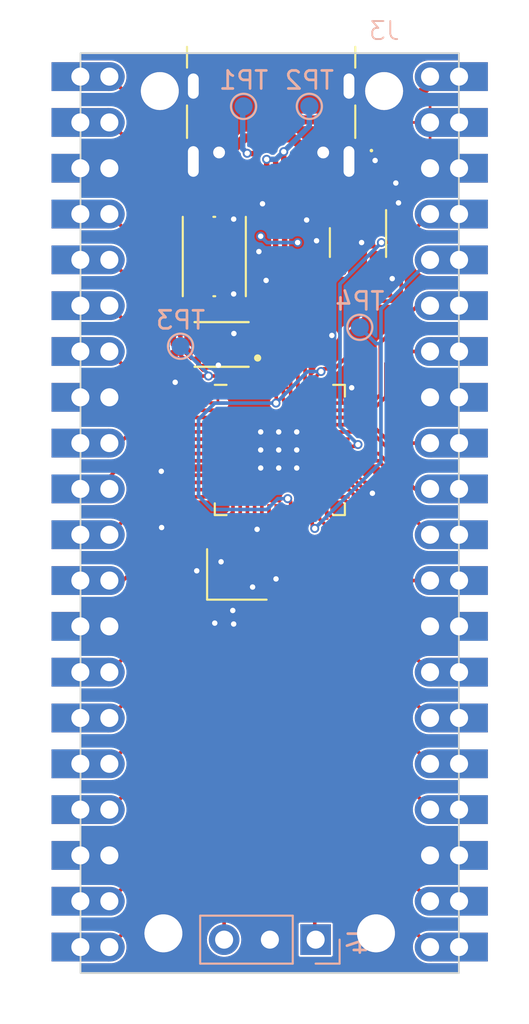
<source format=kicad_pcb>
(kicad_pcb (version 20221018) (generator pcbnew)
  (layers (0 "F.Cu" signal) (31 "B.Cu" signal) (34 "B.Paste" user) (35 "F.Paste" user) (36 "B.SilkS" user "B.Silkscreen") (37 "F.SilkS" user "F.Silkscreen") (38 "B.Mask" user) (39 "F.Mask" user) (44 "Edge.Cuts" user))
  (net 0 "")
  (net 1 "VBUS")
  (net 2 "GND")
  (net 3 "+3.3V")
  (net 4 "+1V1")
  (net 5 "/CLKIN")
  (net 6 "/CLKOUT")
  (net 7 "Net-(U2-BP)")
  (net 8 "/USER_LED")
  (net 9 "/DM")
  (net 10 "/DP")
  (net 11 "/P0")
  (net 12 "/P1")
  (net 13 "/P2")
  (net 14 "/P3")
  (net 15 "/P4")
  (net 16 "/P5")
  (net 17 "/P6")
  (net 18 "/P7")
  (net 19 "/P8")
  (net 20 "/P9")
  (net 21 "/P10")
  (net 22 "/P11")
  (net 23 "/P12")
  (net 24 "/P13")
  (net 25 "/P14")
  (net 26 "/P15")
  (net 27 "/RESET")
  (net 28 "/P29")
  (net 29 "/P28")
  (net 30 "/P27")
  (net 31 "/P26")
  (net 32 "/P23")
  (net 33 "/P22")
  (net 34 "/P21")
  (net 35 "/P20")
  (net 36 "/P19")
  (net 37 "/P18")
  (net 38 "/P17")
  (net 39 "/P16")
  (net 40 "/SWDIO")
  (net 41 "/SWCLK")
  (net 42 "Net-(U1-USB_DP)")
  (net 43 "Net-(U1-USB_DM)")
  (net 44 "Net-(R5-Pad1)")
  (net 45 "/FLASH_SS")
  (net 47 "/FLASH_SD3")
  (net 48 "/FLASH_CLOCK")
  (net 49 "/FLASH_SD0")
  (net 50 "/FLASH_SD2")
  (net 51 "/FLASH_SD1")
  (net 52 "Net-(J1-CC1)")
  (net 54 "Net-(J1-CC2)")
  (footprint "Capacitor_SMD:C_0201_0603Metric" (layer "F.Cu") (at 69.395 61.7 180)
    (fp_text reference "C5" hide)
    (fp_text value "100nF")
  )
  (footprint "Resistor_SMD:R_0201_0603Metric" (layer "F.Cu") (at 72 38.555 -90)
    (fp_text reference "R1" hide)
    (fp_text value "5.1k")
  )
  (footprint "Crystal:Crystal_SMD_2520-4Pin_2.5x2.0mm" (layer "F.Cu") (at 68.675 58.9)
    (fp_text reference "Y1" hide)
    (fp_text value "12MHz")
  )
  (footprint "Resistor_SMD:R_0201_0603Metric" (layer "F.Cu") (at 71.75 46.58 -90)
    (fp_text reference "R3" hide)
    (fp_text value "200")
  )
  (footprint "Resistor_SMD:R_0201_0603Metric" (layer "F.Cu") (at 72.55 46.6 -90)
    (fp_text reference "R4" hide)
    (fp_text value "200")
  )
  (footprint "Capacitor_SMD:C_0201_0603Metric" (layer "F.Cu") (at 76.855 37.7)
    (fp_text reference "C1" hide)
    (fp_text value "1uF")
  )
  (footprint "LED_SMD:LED_0201_0603Metric" (layer "F.Cu") (at 77.6 39.155 -90)
    (fp_text reference "D2" hide)
    (fp_text value "LED")
  )
  (footprint "MountingHole:MountingHole_2.1mm" (layer "F.Cu") (at 64.6 78.8)
    (fp_text reference "REF**" hide)
    (fp_text value "MountingHole_2.1mm")
  )
  (footprint "Capacitor_SMD:C_0201_0603Metric" (layer "F.Cu") (at 73.7 46.595 90)
    (fp_text reference "C4" hide)
    (fp_text value "1uF")
  )
  (footprint "MountingHole:MountingHole_2.1mm" (layer "F.Cu") (at 76.85 32.1)
    (fp_text reference "REF**" hide)
    (fp_text value "MountingHole_2.1mm")
  )
  (footprint "Resistor_SMD:R_0201_0603Metric" (layer "F.Cu") (at 69.15 38.05)
    (fp_text reference "R2" hide)
    (fp_text value "5.1k")
  )
  (footprint "MountingHole:MountingHole_2.1mm" (layer "F.Cu") (at 64.4 32.1)
    (fp_text reference "REF**" hide)
    (fp_text value "MountingHole_2.1mm")
  )
  (footprint "Resistor_SMD:R_0201_0603Metric" (layer "F.Cu") (at 65.2 46.35 -90)
    (fp_text reference "R5" hide)
    (fp_text value "1K")
  )
  (footprint "Capacitor_SMD:C_0201_0603Metric" (layer "F.Cu") (at 69.4 60.85 180)
    (fp_text reference "C3" hide)
    (fp_text value "100nF")
  )
  (footprint "Button_Switch_SMD:SW_Push_1P1T_NO_Vertical_Wuerth_434133025816" (layer "F.Cu") (at 67.425 41.275 -90)
    (fp_text reference "SW1" hide)
    (fp_text value "SW_Push")
  )
  (footprint "SMD-TH-Connector:Conn_01x20_2.54mm" (layer "F.Cu") (at 61.6 54.16)
    (fp_text reference "J2" hide)
    (fp_text value "Conn_01x20")
  )
  (footprint "MountingHole:MountingHole_2.1mm" (layer "F.Cu") (at 76.4 78.8)
    (fp_text reference "REF**" hide)
    (fp_text value "MountingHole_2.1mm")
  )
  (footprint "Capacitor_SMD:C_0201_0603Metric" (layer "F.Cu") (at 73.1 41.345 90)
    (fp_text reference "C16" hide)
    (fp_text value "470pF")
  )
  (footprint "Capacitor_SMD:C_0201_0603Metric" (layer "F.Cu") (at 76.78 43)
    (fp_text reference "C2" hide)
    (fp_text value "2.2uF")
  )
  (footprint "Package_TO_SOT_SMD:SOT-23-5" (layer "F.Cu") (at 75.4 40.5 -90)
    (fp_text reference "U2" hide)
    (fp_text value "MIC5205-3.3YM5")
  )
  (footprint "LED_SMD:LED_0201_0603Metric" (layer "F.Cu") (at 77.005 35.4)
    (fp_text reference "D1" hide)
    (fp_text value "LED")
  )
  (footprint "GD25Q16CEIGR:PSON50P200X300X50-9N" (layer "F.Cu") (at 67.83 46.15 180)
    (fp_text reference "U3" hide)
    (fp_text value "GD25Q16CEIGR")
  )
  (footprint "Capacitor_SMD:C_0201_0603Metric" (layer "F.Cu") (at 70.2 43.37 90)
    (fp_text reference "C13" hide)
    (fp_text value "100nF")
  )
  (footprint "Capacitor_SMD:C_0201_0603Metric" (layer "F.Cu") (at 76.056048 53.506048 -45)
    (fp_text reference "C11" hide)
    (fp_text value "100nF")
  )
  (footprint "Package_DFN_QFN:QFN-56-1EP_7x7mm_P0.4mm_EP3.2x3.2mm" (layer "F.Cu") (at 71.0625 52)
    (fp_text reference "U1" hide)
    (fp_text value "RP2040")
  )
  (footprint "Resistor_SMD:R_0201_0603Metric" (layer "F.Cu") (at 66 47.85 -45)
    (fp_text reference "R6" hide)
    (fp_text value "NO-FIT")
  )
  (footprint "Capacitor_SMD:C_0201_0603Metric" (layer "F.Cu") (at 67.155 61.1)
    (fp_text reference "C10" hide)
    (fp_text value "100nF")
  )
  (footprint "Capacitor_SMD:C_0201_0603Metric" (layer "F.Cu") (at 75.6 48.195 -90)
    (fp_text reference "C8" hide)
    (fp_text value "1uF")
  )
  (footprint "Capacitor_SMD:C_0201_0603Metric" (layer "F.Cu") (at 69.75 41.795 90)
    (fp_text reference "C15" hide)
    (fp_text value "100nF")
  )
  (footprint "Connector_USB:USB_C_Receptacle_GCT_USB4105-xx-A_16P_TopMnt_Horizontal" (layer "F.Cu") (at 70.58 32.9 180)
    (fp_text reference "J1" hide)
    (fp_text value "USB_C_Receptacle_USB2.0")
  )
  (footprint "Capacitor_SMD:C_0201_0603Metric" (layer "F.Cu") (at 65.906048 48.85 135)
    (fp_text reference "C6" hide)
    (fp_text value "100nF")
  )
  (footprint "Capacitor_SMD:C_0201_0603Metric" (layer "F.Cu") (at 66.6 59.7 90)
    (fp_text reference "C12" hide)
    (fp_text value "15pF")
  )
  (footprint "Capacitor_SMD:C_0201_0603Metric" (layer "F.Cu") (at 70.75 58.1 -90)
    (fp_text reference "C14" hide)
    (fp_text value "15pF")
  )
  (footprint "Capacitor_SMD:C_0201_0603Metric" (layer "F.Cu") (at 65.073726 55.676274 -135)
    (fp_text reference "C9" hide)
    (fp_text value "100nF")
  )
  (footprint "Capacitor_SMD:C_0201_0603Metric" (layer "F.Cu") (at 64.65 52.505 -90)
    (fp_text reference "C7" hide)
    (fp_text value "100nF")
  )
  (footprint "Connector_PinHeader_2.54mm:PinHeader_1x03_P2.54mm_Vertical" (layer "B.Cu") (at 73.05 79.15 90)
    (fp_text reference "J4")
    (fp_text value "Conn_01x03")
  )
  (footprint "TestPoint:TestPoint_Pad_D1.0mm" (layer "B.Cu") (at 72.7 32.95 180)
    (fp_text reference "TP2")
    (fp_text value "USB_DM")
  )
  (footprint "TestPoint:TestPoint_Pad_D1.0mm" (layer "B.Cu") (at 69.05 32.95 180)
    (fp_text reference "TP1")
    (fp_text value "USB_DP")
  )
  (footprint "SMD-TH-Connector:Conn_01x20_2.54mm" (layer "B.Cu") (at 79.4 54.16 180)
    (fp_text reference "J3")
    (fp_text value "Conn_01x20")
  )
  (footprint "TestPoint:TestPoint_Pad_D1.0mm" (layer "B.Cu") (at 65.55 46.25 180)
    (fp_text reference "TP3")
    (fp_text value "FLASH_SS")
  )
  (footprint "TestPoint:TestPoint_Pad_D1.0mm" (layer "B.Cu") (at 75.5 45.2 180)
    (fp_text reference "TP4")
    (fp_text value "RESET")
  )
  (gr_rect (start 60 30) (end 81 81) (stroke (width 0.1)) (fill none) (layer "Edge.Cuts"))
  (segment (start 70.75 34.7) (end 71 34.7) (width 0.5) (layer "F.Cu") (net 1))
  (segment (start 75.65625 38.05625) (end 73.55625 38.05625) (width 0.5) (layer "F.Cu") (net 1))
  (segment (start 72 33.7) (end 77.4 33.7) (width 0.5) (layer "F.Cu") (net 1))
  (segment (start 77.4 33.7) (end 79.4 31.7) (width 0.5) (layer "F.Cu") (net 1))
  (segment (start 70.75 34.7) (end 69.1 34.7) (width 0.5) (layer "F.Cu") (net 1))
  (segment (start 72.98 36.58) (end 72.98 35.905) (width 0.5) (layer "F.Cu") (net 1))
  (segment (start 73.55625 38.05625) (end 72.98 37.48) (width 0.5) (layer "F.Cu") (net 1))
  (segment (start 72.98 35.905) (end 71.775 34.7) (width 0.5) (layer "F.Cu") (net 1))
  (segment (start 71 34.7) (end 72 33.7) (width 0.5) (layer "F.Cu") (net 1))
  (segment (start 76.35 38.75) (end 75.65625 38.05625) (width 0.5) (layer "F.Cu") (net 1))
  (segment (start 72.98 37.48) (end 72.98 36.58) (width 0.5) (layer "F.Cu") (net 1))
  (segment (start 71.775 34.7) (end 70.75 34.7) (width 0.5) (layer "F.Cu") (net 1))
  (segment (start 69.1 34.7) (end 68.2655 35.5345) (width 0.5) (layer "F.Cu") (net 1))
  (segment (start 68.2655 35.5345) (end 68.2655 36.4945) (width 0.5) (layer "F.Cu") (net 1))
  (segment (start 79.4 31.7) (end 79.4 31.3) (width 0.5) (layer "F.Cu") (net 1))
  (segment (start 68.2655 36.4945) (end 68.18 36.58) (width 0.5) (layer "F.Cu") (net 1))
  (segment (start 76.0125 37.7) (end 75.65625 38.05625) (width 0.3) (layer "F.Cu") (net 1))
  (segment (start 76.35 39.3625) (end 76.35 38.75) (width 0.5) (layer "F.Cu") (net 1))
  (segment (start 73.55625 38.05625) (end 74.45 38.95) (width 0.5) (layer "F.Cu") (net 1))
  (segment (start 76.535 37.7) (end 76.0125 37.7) (width 0.3) (layer "F.Cu") (net 1))
  (segment (start 74.45 38.95) (end 74.45 39.3625) (width 0.5) (layer "F.Cu") (net 1))
  (segment (start 76.282322 54.317678) (end 76.282322 53.732322) (width 0.2) (layer "F.Cu") (net 2))
  (segment (start 67.38 36.58) (end 66.835 36.58) (width 0.2) (layer "F.Cu") (net 2))
  (segment (start 68.5 60.85) (end 68.45 60.9) (width 0.2) (layer "F.Cu") (net 2))
  (segment (start 70.75 59.05) (end 70.85 59.15) (width 0.2) (layer "F.Cu") (net 2))
  (segment (start 69.8 38.05) (end 70.1 38.35) (width 0.3) (layer "F.Cu") (net 2))
  (segment (start 73.7 46.275) (end 73.7 45.9) (width 0.2) (layer "F.Cu") (net 2))
  (segment (start 75.4 40.3) (end 75.6 40.5) (width 0.3) (layer "F.Cu") (net 2))
  (segment (start 68.656306 45.4) (end 68.512098 45.544208) (width 0.2) (layer "F.Cu") (net 2))
  (segment (start 69.75 41.475) (end 69.75 41.15) (width 0.2) (layer "F.Cu") (net 2))
  (segment (start 64.65 53.01431) (end 64.482155 53.182155) (width 0.2) (layer "F.Cu") (net 2))
  (segment (start 64.847452 55.902548) (end 64.847452 55.952548) (width 0.2) (layer "F.Cu") (net 2))
  (segment (start 69.47 38.05) (end 69.8 38.05) (width 0.3) (layer "F.Cu") (net 2))
  (segment (start 73.78 36.58) (end 74.325 36.58) (width 0.2) (layer "F.Cu") (net 2))
  (segment (start 67.475 61.575) (end 67.45 61.6) (width 0.2) (layer "F.Cu") (net 2))
  (segment (start 77.1 42.7) (end 77.3 42.5) (width 0.3) (layer "F.Cu") (net 2))
  (segment (start 70.75 58.42) (end 70.75 59.05) (width 0.2) (layer "F.Cu") (net 2))
  (segment (start 67.65 47.3) (end 67.83 47.12) (width 0.2) (layer "F.Cu") (net 2))
  (segment (start 72 38.875) (end 72.175 38.875) (width 0.3) (layer "F.Cu") (net 2))
  (segment (start 77.6 38.835) (end 77.6 38.35) (width 0.2) (layer "F.Cu") (net 2))
  (segment (start 77.175 37.7) (end 77.175 37.525) (width 0.3) (layer "F.Cu") (net 2))
  (segment (start 76.685 35.4) (end 76.685 35.615) (width 0.2) (layer "F.Cu") (net 2))
  (segment (start 75.4 39.3625) (end 75.4 40.3) (width 0.3) (layer "F.Cu") (net 2))
  (segment (start 64.847452 55.952548) (end 64.5 56.3) (width 0.2) (layer "F.Cu") (net 2))
  (segment (start 70.2 42.7) (end 70.2 43.05) (width 0.2) (layer "F.Cu") (net 2))
  (segment (start 67.475 61.1) (end 67.475 61.575) (width 0.2) (layer "F.Cu") (net 2))
  (segment (start 69.05 45.4) (end 68.656306 45.4) (width 0.2) (layer "F.Cu") (net 2))
  (segment (start 65.630736 48.623726) (end 65.253505 48.246495) (width 0.2) (layer "F.Cu") (net 2))
  (segment (start 70.0625 56.1375) (end 69.8 56.4) (width 0.2) (layer "F.Cu") (net 2))
  (segment (start 69.075 61.7) (end 68.55 61.7) (width 0.2) (layer "F.Cu") (net 2))
  (segment (start 75.05 48.55) (end 75.565 48.55) (width 0.2) (layer "F.Cu") (net 2))
  (segment (start 77.1 43) (end 77.1 42.7) (width 0.3) (layer "F.Cu") (net 2))
  (segment (start 69.08 60.85) (end 68.5 60.85) (width 0.2) (layer "F.Cu") (net 2))
  (segment (start 67.83 47.12) (end 67.83 46.15) (width 0.2) (layer "F.Cu") (net 2))
  (segment (start 66.6 58.85) (end 66.45 58.7) (width 0.2) (layer "F.Cu") (net 2))
  (segment (start 75.565 48.55) (end 75.6 48.515) (width 0.2) (layer "F.Cu") (net 2))
  (segment (start 68.55 61.7) (end 68.5 61.65) (width 0.2) (layer "F.Cu") (net 2))
  (segment (start 66.835 36.58) (end 66.26 36.005) (width 0.2) (layer "F.Cu") (net 2))
  (segment (start 77.175 37.525) (end 77.5 37.2) (width 0.3) (layer "F.Cu") (net 2))
  (segment (start 73.1 41.025) (end 73.1 40.4) (width 0.3) (layer "F.Cu") (net 2))
  (segment (start 70.0625 55.4375) (end 70.0625 56.1375) (width 0.2) (layer "F.Cu") (net 2))
  (segment (start 76.2 54.4) (end 76.282322 54.317678) (width 0.2) (layer "F.Cu") (net 2))
  (segment (start 72.175 38.875) (end 72.55 39.25) (width 0.3) (layer "F.Cu") (net 2))
  (segment (start 77.6 38.35) (end 77.65 38.3) (width 0.2) (layer "F.Cu") (net 2))
  (segment (start 73.7 45.9) (end 73.95 45.65) (width 0.2) (layer "F.Cu") (net 2))
  (segment (start 69.75 41.15) (end 69.9 41) (width 0.2) (layer "F.Cu") (net 2))
  (segment (start 70.3 42.6) (end 70.2 42.7) (width 0.2) (layer "F.Cu") (net 2))
  (segment (start 66.6 59.38) (end 66.6 58.85) (width 0.2) (layer "F.Cu") (net 2))
  (segment (start 76.685 35.615) (end 76.35 35.95) (width 0.2) (layer "F.Cu") (net 2))
  (segment (start 64.65 52.825) (end 64.65 53.01431) (width 0.2) (layer "F.Cu") (net 2))
  (segment (start 74.325 36.58) (end 74.9 36.005) (width 0.2) (layer "F.Cu") (net 2))
  (segment (start 65.679774 48.623726) (end 65.630736 48.623726) (width 0.2) (layer "F.Cu") (net 2))
  (via (at 77.3 42.5) (size 0.5) (drill 0.3) (layers "F.Cu" "B.Cu") (net 2))
  (via (at 77.65 38.3) (size 0.5) (drill 0.3) (layers "F.Cu" "B.Cu") (net 2))
  (via (at 67.45 61.6) (size 0.5) (drill 0.3) (layers "F.Cu" "B.Cu") (net 2))
  (via (at 67.65 47.3) (size 0.5) (drill 0.3) (layers "F.Cu" "B.Cu") (net 2))
  (via (at 69.8 56.4) (size 0.5) (drill 0.3) (layers "F.Cu" "B.Cu") (net 2))
  (via (at 76.2 54.4) (size 0.5) (drill 0.3) (layers "F.Cu" "B.Cu") (net 2))
  (via (at 70 53) (size 0.5) (drill 0.3) (layers "F.Cu" "B.Cu") (net 2))
  (via (at 76.35 35.95) (size 0.5) (drill 0.3) (layers "F.Cu" "B.Cu") (net 2))
  (via (at 68.512098 45.544208) (size 0.5) (drill 0.3) (layers "F.Cu" "B.Cu") (net 2))
  (via (at 70 51) (size 0.5) (drill 0.3) (layers "F.Cu" "B.Cu") (net 2))
  (via (at 71 53) (size 0.5) (drill 0.3) (layers "F.Cu" "B.Cu") (net 2))
  (via (at 64.5 56.3) (size 0.5) (drill 0.3) (layers "F.Cu" "B.Cu") (net 2))
  (via (at 71 52) (size 0.5) (drill 0.3) (layers "F.Cu" "B.Cu") (net 2))
  (via (at 70.85 59.15) (size 0.5) (drill 0.3) (layers "F.Cu" "B.Cu") (net 2))
  (via (at 75.6 40.5) (size 0.5) (drill 0.3) (layers "F.Cu" "B.Cu") (net 2))
  (via (at 70.1 38.35) (size 0.5) (drill 0.3) (layers "F.Cu" "B.Cu") (net 2))
  (via (at 77.5 37.2) (size 0.5) (drill 0.3) (layers "F.Cu" "B.Cu") (net 2))
  (via (at 69.55 59.6) (size 0.5) (drill 0.3) (layers "F.Cu" "B.Cu") (net 2))
  (via (at 68.5 39.2) (size 0.5) (drill 0.3) (layers "F.Cu" "B.Cu") (net 2))
  (via (at 68.5 43.35) (size 0.5) (drill 0.3) (layers "F.Cu" "B.Cu") (net 2))
  (via (at 70 52) (size 0.5) (drill 0.3) (layers "F.Cu" "B.Cu") (net 2))
  (via (at 67.8 58.2) (size 0.5) (drill 0.3) (layers "F.Cu" "B.Cu") (net 2))
  (via (at 68.5 61.65) (size 0.5) (drill 0.3) (layers "F.Cu" "B.Cu") (net 2))
  (via (at 73.1 40.4) (size 0.5) (drill 0.3) (layers "F.Cu" "B.Cu") (net 2))
  (via (at 68.45 60.9) (size 0.5) (drill 0.3) (layers "F.Cu" "B.Cu") (net 2))
  (via (at 71 51) (size 0.5) (drill 0.3) (layers "F.Cu" "B.Cu") (net 2))
  (via (at 70.3 42.6) (size 0.5) (drill 0.3) (layers "F.Cu" "B.Cu") (net 2))
  (via (at 69.9 41) (size 0.5) (drill 0.3) (layers "F.Cu" "B.Cu") (net 2))
  (via (at 73.95 45.65) (size 0.5) (drill 0.3) (layers "F.Cu" "B.Cu") (net 2))
  (via (at 72.55 39.25) (size 0.5) (drill 0.3) (layers "F.Cu" "B.Cu") (net 2))
  (via (at 72 51) (size 0.5) (drill 0.3) (layers "F.Cu" "B.Cu") (net 2))
  (via (at 75.05 48.55) (size 0.5) (drill 0.3) (layers "F.Cu" "B.Cu") (net 2))
  (via (at 64.482155 53.182155) (size 0.5) (drill 0.3) (layers "F.Cu" "B.Cu") (net 2))
  (via (at 65.253505 48.246495) (size 0.5) (drill 0.3) (layers "F.Cu" "B.Cu") (net 2))
  (via (at 72 53) (size 0.5) (drill 0.3) (layers "F.Cu" "B.Cu") (net 2))
  (via (at 72 52) (size 0.5) (drill 0.3) (layers "F.Cu" "B.Cu") (net 2))
  (via (at 66.45 58.7) (size 0.5) (drill 0.3) (layers "F.Cu" "B.Cu") (net 2))
  (via (at 70 40.15) (size 0.5) (drill 0.3) (layers "F.Cu" "B.Cu") (net 3))
  (via (at 72.05 40.5) (size 0.5) (drill 0.3) (layers "F.Cu" "B.Cu") (net 3))
  (segment (start 70.35 40.5) (end 70 40.15) (width 0.2) (layer "B.Cu") (net 3))
  (segment (start 72.05 40.5) (end 70.35 40.5) (width 0.2) (layer "B.Cu") (net 3))
  (segment (start 70.95 60.95) (end 70.2 61.7) (width 0.2) (layer "F.Cu") (net 4))
  (segment (start 73.7 47.5) (end 73.5 47.5) (width 0.2) (layer "F.Cu") (net 4))
  (segment (start 70.8625 49.3875) (end 70.8625 48.5625) (width 0.2) (layer "F.Cu") (net 4))
  (segment (start 73.7 46.915) (end 73.7 47.5) (width 0.2) (layer "F.Cu") (net 4))
  (segment (start 73.7 47.5) (end 74.1 47.5) (width 0.2) (layer "F.Cu") (net 4))
  (segment (start 74.7 45.3) (end 76.25 43.75) (width 0.2) (layer "F.Cu") (net 4))
  (segment (start 71.6625 55.4375) (end 71.6625 54.859195) (width 0.2) (layer "F.Cu") (net 4))
  (segment (start 70.45 60.85) (end 69.72 60.85) (width 0.2) (layer "F.Cu") (net 4))
  (segment (start 72.8625 48.5625) (end 72.8625 48.1375) (width 0.2) (layer "F.Cu") (net 4))
  (segment (start 71.6625 55.4375) (end 71.6625 59.6375) (width 0.2) (layer "F.Cu") (net 4))
  (segment (start 70.95 60.35) (end 70.45 60.85) (width 0.2) (layer "F.Cu") (net 4))
  (segment (start 70.2 61.7) (end 69.715 61.7) (width 0.2) (layer "F.Cu") (net 4))
  (segment (start 74.7 46.9) (end 74.7 45.3) (width 0.2) (layer "F.Cu") (net 4))
  (segment (start 71.6625 59.6375) (end 70.95 60.35) (width 0.2) (layer "F.Cu") (net 4))
  (segment (start 71.6625 54.859195) (end 71.501153 54.697848) (width 0.2) (layer "F.Cu") (net 4))
  (segment (start 76.25 43.75) (end 77.25 43.75) (width 0.2) (layer "F.Cu") (net 4))
  (segment (start 77.25 43.75) (end 77.8 43.2) (width 0.2) (layer "F.Cu") (net 4))
  (segment (start 77.8 40.52) (end 79.4 38.92) (width 0.2) (layer "F.Cu") (net 4))
  (segment (start 70.95 60.35) (end 70.95 60.95) (width 0.2) (layer "F.Cu") (net 4))
  (segment (start 73.5 47.5) (end 73.35 47.65) (width 0.2) (layer "F.Cu") (net 4))
  (segment (start 72.8625 48.1375) (end 73.35 47.65) (width 0.2) (layer "F.Cu") (net 4))
  (segment (start 70.85 49.4) (end 70.8625 49.3875) (width 0.2) (layer "F.Cu") (net 4))
  (segment (start 74.1 47.5) (end 74.7 46.9) (width 0.2) (layer "F.Cu") (net 4))
  (segment (start 77.8 43.2) (end 77.8 40.52) (width 0.2) (layer "F.Cu") (net 4))
  (via (at 71.501153 54.697848) (size 0.5) (drill 0.3) (layers "F.Cu" "B.Cu") (net 4))
  (via (at 70.85 49.4) (size 0.5) (drill 0.3) (layers "F.Cu" "B.Cu") (net 4))
  (via (at 73.35 47.65) (size 0.5) (drill 0.3) (layers "F.Cu" "B.Cu") (net 4))
  (segment (start 72.6 47.65) (end 70.85 49.4) (width 0.2) (layer "B.Cu") (net 4))
  (segment (start 66.55 50.3) (end 67.45 49.4) (width 0.2) (layer "B.Cu") (net 4))
  (segment (start 73.35 47.65) (end 72.6 47.65) (width 0.2) (layer "B.Cu") (net 4))
  (segment (start 67.3 55.3) (end 66.55 54.55) (width 0.2) (layer "B.Cu") (net 4))
  (segment (start 71.501153 54.697848) (end 70.952152 54.697848) (width 0.2) (layer "B.Cu") (net 4))
  (segment (start 66.55 54.55) (end 66.55 50.3) (width 0.2) (layer "B.Cu") (net 4))
  (segment (start 70.952152 54.697848) (end 70.35 55.3) (width 0.2) (layer "B.Cu") (net 4))
  (segment (start 70.35 55.3) (end 67.3 55.3) (width 0.2) (layer "B.Cu") (net 4))
  (segment (start 67.45 49.4) (end 70.85 49.4) (width 0.2) (layer "B.Cu") (net 4))
  (segment (start 70.4625 56.373897) (end 69.336397 57.5) (width 0.2) (layer "F.Cu") (net 5))
  (segment (start 67.8 59.6) (end 67.38 60.02) (width 0.2) (layer "F.Cu") (net 5))
  (segment (start 68.575 57.8) (end 68.575 58.9) (width 0.2) (layer "F.Cu") (net 5))
  (segment (start 67.875 59.6) (end 67.8 59.6) (width 0.2) (layer "F.Cu") (net 5))
  (segment (start 68.575 58.9) (end 67.875 59.6) (width 0.2) (layer "F.Cu") (net 5))
  (segment (start 70.4625 55.4375) (end 70.4625 56.373897) (width 0.2) (layer "F.Cu") (net 5))
  (segment (start 69.336397 57.5) (end 68.875 57.5) (width 0.2) (layer "F.Cu") (net 5))
  (segment (start 67.38 60.02) (end 66.6 60.02) (width 0.2) (layer "F.Cu") (net 5))
  (segment (start 68.875 57.5) (end 68.575 57.8) (width 0.2) (layer "F.Cu") (net 5))
  (segment (start 69.97 57.78) (end 69.55 58.2) (width 0.2) (layer "F.Cu") (net 6))
  (segment (start 70.8625 56.8875) (end 69.55 58.2) (width 0.2) (layer "F.Cu") (net 6))
  (segment (start 70.8625 55.4375) (end 70.8625 56.8875) (width 0.2) (layer "F.Cu") (net 6))
  (segment (start 70.75 57.78) (end 69.97 57.78) (width 0.2) (layer "F.Cu") (net 6))
  (segment (start 74.4225 41.665) (end 74.45 41.6375) (width 0.3) (layer "F.Cu") (net 7))
  (segment (start 73.1 41.665) (end 74.4225 41.665) (width 0.3) (layer "F.Cu") (net 7))
  (segment (start 74.5 51.8) (end 75.3 51.8) (width 0.2) (layer "F.Cu") (net 8))
  (segment (start 77 40.5) (end 77.6 39.9) (width 0.2) (layer "F.Cu") (net 8))
  (segment (start 77.6 39.9) (end 77.6 39.475) (width 0.2) (layer "F.Cu") (net 8))
  (segment (start 76.7 40.5) (end 77 40.5) (width 0.2) (layer "F.Cu") (net 8))
  (segment (start 75.3 51.8) (end 75.4 51.7) (width 0.2) (layer "F.Cu") (net 8))
  (via (at 75.4 51.7) (size 0.5) (drill 0.3) (layers "F.Cu" "B.Cu") (net 8))
  (via (at 76.7 40.5) (size 0.5) (drill 0.3) (layers "F.Cu" "B.Cu") (net 8))
  (segment (start 74.4 42.8) (end 76.7 40.5) (width 0.2) (layer "B.Cu") (net 8))
  (segment (start 75.4 51.7) (end 74.4 50.7) (width 0.2) (layer "B.Cu") (net 8))
  (segment (start 74.4 50.7) (end 74.4 42.8) (width 0.2) (layer "B.Cu") (net 8))
  (segment (start 70.33 36.58) (end 70.33 35.885705) (width 0.3) (layer "F.Cu") (net 9))
  (segment (start 71.279169 35.461486) (end 71.279169 36.529169) (width 0.3) (layer "F.Cu") (net 9))
  (segment (start 72.55 46.28) (end 72.55 44.7) (width 0.3) (layer "F.Cu") (net 9))
  (segment (start 70.33 35.885705) (end 70.3295 35.885205) (width 0.3) (layer "F.Cu") (net 9))
  (segment (start 71.279169 36.529169) (end 71.33 36.58) (width 0.3) (layer "F.Cu") (net 9))
  (segment (start 71.33 43.48) (end 71.33 36.58) (width 0.3) (layer "F.Cu") (net 9))
  (segment (start 72.55 44.7) (end 71.33 43.48) (width 0.3) (layer "F.Cu") (net 9))
  (via (at 70.3295 35.885205) (size 0.5) (drill 0.3) (layers "F.Cu" "B.Cu") (net 9))
  (via (at 71.279169 35.461486) (size 0.5) (drill 0.3) (layers "F.Cu" "B.Cu") (net 9))
  (segment (start 72.7 34.040655) (end 72.7 32.95) (width 0.3) (layer "B.Cu") (net 9))
  (segment (start 70.3295 35.885205) (end 70.85545 35.885205) (width 0.3) (layer "B.Cu") (net 9))
  (segment (start 70.85545 35.885205) (end 71.279169 35.461486) (width 0.3) (layer "B.Cu") (net 9))
  (segment (start 71.279169 35.461486) (end 72.7 34.040655) (width 0.3) (layer "B.Cu") (net 9))
  (segment (start 70.83 36.58) (end 70.83 43.68) (width 0.3) (layer "F.Cu") (net 10))
  (segment (start 69.83 36.58) (end 69.83 35.57) (width 0.3) (layer "F.Cu") (net 10))
  (segment (start 70.83 43.68) (end 71.75 44.6) (width 0.3) (layer "F.Cu") (net 10))
  (segment (start 69.93 37.405) (end 70.73 37.405) (width 0.3) (layer "F.Cu") (net 10))
  (segment (start 70.83 37.305) (end 70.83 36.58) (width 0.3) (layer "F.Cu") (net 10))
  (segment (start 69.8295 35.678098) (end 69.8295 37.3045) (width 0.3) (layer "F.Cu") (net 10))
  (segment (start 69.83 35.57) (end 69.27 35.57) (width 0.3) (layer "F.Cu") (net 10))
  (segment (start 69.27 35.57) (end 69.25 35.55) (width 0.3) (layer "F.Cu") (net 10))
  (segment (start 71.75 44.6) (end 71.75 46.26) (width 0.3) (layer "F.Cu") (net 10))
  (segment (start 69.8295 37.3045) (end 69.93 37.405) (width 0.3) (layer "F.Cu") (net 10))
  (segment (start 70.73 37.405) (end 70.83 37.305) (width 0.3) (layer "F.Cu") (net 10))
  (via (at 69.25 35.55) (size 0.5) (drill 0.3) (layers "F.Cu" "B.Cu") (net 10))
  (segment (start 69.25 35.55) (end 69 35.3) (width 0.3) (layer "B.Cu") (net 10))
  (segment (start 69 35.3) (end 69 33) (width 0.3) (layer "B.Cu") (net 10))
  (segment (start 69 33) (end 69.05 32.95) (width 0.3) (layer "B.Cu") (net 10))
  (segment (start 64.4 34.1) (end 61.6 31.3) (width 0.2) (layer "F.Cu") (net 11))
  (segment (start 67.625 49.8) (end 66.17132 49.8) (width 0.2) (layer "F.Cu") (net 11))
  (segment (start 66.17132 49.8) (end 64.4 48.02868) (width 0.2) (layer "F.Cu") (net 11))
  (segment (start 64.4 48.02868) (end 64.4 34.1) (width 0.2) (layer "F.Cu") (net 11))
  (segment (start 66.147056 50.2) (end 67.625 50.2) (width 0.2) (layer "F.Cu") (net 12))
  (segment (start 64.1 48.152944) (end 66.147056 50.2) (width 0.2) (layer "F.Cu") (net 12))
  (segment (start 64.1 36.29) (end 64.1 48.152944) (width 0.2) (layer "F.Cu") (net 12))
  (segment (start 61.6 33.84) (end 61.65 33.84) (width 0.2) (layer "F.Cu") (net 12))
  (segment (start 61.65 33.84) (end 64.1 36.29) (width 0.2) (layer "F.Cu") (net 12))
  (segment (start 66.122792 50.6) (end 63.8 48.277208) (width 0.2) (layer "F.Cu") (net 13))
  (segment (start 63.8 48.277208) (end 63.8 41.12) (width 0.2) (layer "F.Cu") (net 13))
  (segment (start 63.8 41.12) (end 61.6 38.92) (width 0.2) (layer "F.Cu") (net 13))
  (segment (start 67.625 50.6) (end 66.122792 50.6) (width 0.2) (layer "F.Cu") (net 13))
  (segment (start 61.65 41.46) (end 63.5 43.31) (width 0.2) (layer "F.Cu") (net 14))
  (segment (start 66.098528 51) (end 67.625 51) (width 0.2) (layer "F.Cu") (net 14))
  (segment (start 63.5 48.401472) (end 66.098528 51) (width 0.2) (layer "F.Cu") (net 14))
  (segment (start 63.5 43.31) (end 63.5 48.401472) (width 0.2) (layer "F.Cu") (net 14))
  (segment (start 61.6 41.46) (end 61.65 41.46) (width 0.2) (layer "F.Cu") (net 14))
  (segment (start 63.2 45.6) (end 61.6 44) (width 0.2) (layer "F.Cu") (net 15))
  (segment (start 67.625 51.4) (end 66.074264 51.4) (width 0.2) (layer "F.Cu") (net 15))
  (segment (start 63.2 48.525736) (end 63.2 45.6) (width 0.2) (layer "F.Cu") (net 15))
  (segment (start 66.074264 51.4) (end 63.2 48.525736) (width 0.2) (layer "F.Cu") (net 15))
  (segment (start 62.9 47.84) (end 61.6 46.54) (width 0.2) (layer "F.Cu") (net 16))
  (segment (start 66.05 51.8) (end 62.9 48.65) (width 0.2) (layer "F.Cu") (net 16))
  (segment (start 67.625 51.8) (end 66.05 51.8) (width 0.2) (layer "F.Cu") (net 16))
  (segment (start 62.9 48.65) (end 62.9 47.84) (width 0.2) (layer "F.Cu") (net 16))
  (segment (start 63.4 50.4) (end 62.18 51.62) (width 0.2) (layer "F.Cu") (net 17))
  (segment (start 67.625 52.2) (end 66 52.2) (width 0.2) (layer "F.Cu") (net 17))
  (segment (start 62.18 51.62) (end 61.6 51.62) (width 0.2) (layer "F.Cu") (net 17))
  (segment (start 66 52.2) (end 64.2 50.4) (width 0.2) (layer "F.Cu") (net 17))
  (segment (start 64.2 50.4) (end 63.4 50.4) (width 0.2) (layer "F.Cu") (net 17))
  (segment (start 65.8 52.6) (end 64.45 51.25) (width 0.2) (layer "F.Cu") (net 18))
  (segment (start 61.6 53.5) (end 61.6 54.16) (width 0.2) (layer "F.Cu") (net 18))
  (segment (start 64.45 51.25) (end 63.85 51.25) (width 0.2) (layer "F.Cu") (net 18))
  (segment (start 63.85 51.25) (end 61.6 53.5) (width 0.2) (layer "F.Cu") (net 18))
  (segment (start 67.625 52.6) (end 65.8 52.6) (width 0.2) (layer "F.Cu") (net 18))
  (segment (start 67.625 53.4) (end 64.9 53.4) (width 0.2) (layer "F.Cu") (net 19))
  (segment (start 64.9 53.4) (end 61.6 56.7) (width 0.2) (layer "F.Cu") (net 19))
  (segment (start 63.3 58.3) (end 62.36 59.24) (width 0.2) (layer "F.Cu") (net 20))
  (segment (start 63.3 55.6) (end 63.3 58.3) (width 0.2) (layer "F.Cu") (net 20))
  (segment (start 67.625 53.8) (end 65.1 53.8) (width 0.2) (layer "F.Cu") (net 20))
  (segment (start 65.1 53.8) (end 63.3 55.6) (width 0.2) (layer "F.Cu") (net 20))
  (segment (start 62.36 59.24) (end 61.6 59.24) (width 0.2) (layer "F.Cu") (net 20))
  (segment (start 67.625 54.2) (end 65.124264 54.2) (width 0.2) (layer "F.Cu") (net 21))
  (segment (start 65.124264 54.2) (end 63.612132 55.712132) (width 0.2) (layer "F.Cu") (net 21))
  (segment (start 63.612132 55.712132) (end 63.612132 62.307868) (width 0.2) (layer "F.Cu") (net 21))
  (segment (start 63.612132 62.307868) (end 61.6 64.32) (width 0.2) (layer "F.Cu") (net 21))
  (segment (start 63.912132 55.836396) (end 63.912132 64.547868) (width 0.2) (layer "F.Cu") (net 22))
  (segment (start 63.912132 64.547868) (end 61.6 66.86) (width 0.2) (layer "F.Cu") (net 22))
  (segment (start 67.625 54.6) (end 65.148528 54.6) (width 0.2) (layer "F.Cu") (net 22))
  (segment (start 65.148528 54.6) (end 63.912132 55.836396) (width 0.2) (layer "F.Cu") (net 22))
  (segment (start 68.05 55.85) (end 66.027208 55.85) (width 0.2) (layer "F.Cu") (net 23))
  (segment (start 64.212132 57.665076) (end 64.212132 66.787868) (width 0.2) (layer "F.Cu") (net 23))
  (segment (start 64.212132 66.787868) (end 61.6 69.4) (width 0.2) (layer "F.Cu") (net 23))
  (segment (start 66.027208 55.85) (end 64.212132 57.665076) (width 0.2) (layer "F.Cu") (net 23))
  (segment (start 68.4625 55.4375) (end 68.05 55.85) (width 0.2) (layer "F.Cu") (net 23))
  (segment (start 68.8625 55.4375) (end 68.8625 55.828553) (width 0.2) (layer "F.Cu") (net 24))
  (segment (start 68.8625 55.828553) (end 68.391053 56.3) (width 0.2) (layer "F.Cu") (net 24))
  (segment (start 64.512132 69.027868) (end 61.6 71.94) (width 0.2) (layer "F.Cu") (net 24))
  (segment (start 64.512132 57.78934) (end 64.512132 69.027868) (width 0.2) (layer "F.Cu") (net 24))
  (segment (start 68.391053 56.3) (end 66.001472 56.3) (width 0.2) (layer "F.Cu") (net 24))
  (segment (start 66.001472 56.3) (end 64.512132 57.78934) (width 0.2) (layer "F.Cu") (net 24))
  (segment (start 64.812132 57.913604) (end 64.812132 73.807868) (width 0.2) (layer "F.Cu") (net 25))
  (segment (start 68.503185 56.612132) (end 66.113604 56.612132) (width 0.2) (layer "F.Cu") (net 25))
  (segment (start 69.2625 55.852817) (end 68.503185 56.612132) (width 0.2) (layer "F.Cu") (net 25))
  (segment (start 64.812132 73.807868) (end 61.6 77.02) (width 0.2) (layer "F.Cu") (net 25))
  (segment (start 66.113604 56.612132) (end 64.812132 57.913604) (width 0.2) (layer "F.Cu") (net 25))
  (segment (start 69.2625 55.4375) (end 69.2625 55.852817) (width 0.2) (layer "F.Cu") (net 25))
  (segment (start 69.6625 55.4375) (end 69.6625 55.877081) (width 0.2) (layer "F.Cu") (net 26))
  (segment (start 68.539581 57) (end 66.15 57) (width 0.2) (layer "F.Cu") (net 26))
  (segment (start 66.15 57) (end 65.112132 58.037868) (width 0.2) (layer "F.Cu") (net 26))
  (segment (start 65.112132 58.037868) (end 65.112132 76.047868) (width 0.2) (layer "F.Cu") (net 26))
  (segment (start 69.6625 55.877081) (end 68.539581 57) (width 0.2) (layer "F.Cu") (net 26))
  (segment (start 65.112132 76.047868) (end 61.6 79.56) (width 0.2) (layer "F.Cu") (net 26))
  (segment (start 72.8625 55.4375) (end 72.8625 56.2125) (width 0.2) (layer "F.Cu") (net 27))
  (segment (start 72.8625 56.2125) (end 73 56.35) (width 0.2) (layer "F.Cu") (net 27))
  (via (at 73 56.35) (size 0.5) (drill 0.3) (layers "F.Cu" "B.Cu") (net 27))
  (segment (start 76.4 46.1) (end 76.674264 46.1) (width 0.2) (layer "B.Cu") (net 27))
  (segment (start 75.5 45.2) (end 76.4 46.1) (width 0.2) (layer "B.Cu") (net 27))
  (segment (start 73 56.35) (end 76.674264 52.675736) (width 0.2) (layer "B.Cu") (net 27))
  (segment (start 76.674264 44.185736) (end 79.4 41.46) (width 0.2) (layer "B.Cu") (net 27))
  (segment (start 76.674264 52.675736) (end 76.674264 46.1) (width 0.2) (layer "B.Cu") (net 27))
  (segment (start 76.674264 46.1) (end 76.674264 44.185736) (width 0.2) (layer "B.Cu") (net 27))
  (segment (start 76.637868 46.062132) (end 78.7 44) (width 0.2) (layer "F.Cu") (net 28))
  (segment (start 74.5 49.8) (end 75.775736 49.8) (width 0.2) (layer "F.Cu") (net 28))
  (segment (start 76.637868 48.937868) (end 76.637868 46.062132) (width 0.2) (layer "F.Cu") (net 28))
  (segment (start 75.775736 49.8) (end 76.637868 48.937868) (width 0.2) (layer "F.Cu") (net 28))
  (segment (start 78.7 44) (end 79.4 44) (width 0.2) (layer "F.Cu") (net 28))
  (segment (start 76.95 47.2) (end 77.61 46.54) (width 0.2) (layer "F.Cu") (net 29))
  (segment (start 77.61 46.54) (end 79.4 46.54) (width 0.2) (layer "F.Cu") (net 29))
  (segment (start 76.95 49.05) (end 76.95 47.2) (width 0.2) (layer "F.Cu") (net 29))
  (segment (start 75.8 50.2) (end 76.95 49.05) (width 0.2) (layer "F.Cu") (net 29))
  (segment (start 74.5 50.2) (end 75.8 50.2) (width 0.2) (layer "F.Cu") (net 29))
  (segment (start 77.194264 51.62) (end 79.4 51.62) (width 0.2) (layer "F.Cu") (net 30))
  (segment (start 74.5 50.6) (end 76.174264 50.6) (width 0.2) (layer "F.Cu") (net 30))
  (segment (start 76.174264 50.6) (end 77.194264 51.62) (width 0.2) (layer "F.Cu") (net 30))
  (segment (start 78.56 54.16) (end 79.4 54.16) (width 0.2) (layer "F.Cu") (net 31))
  (segment (start 77.8 53.4) (end 78.56 54.16) (width 0.2) (layer "F.Cu") (net 31))
  (segment (start 77.8 52.65) (end 77.8 53.4) (width 0.2) (layer "F.Cu") (net 31))
  (segment (start 76.15 51) (end 77.8 52.65) (width 0.2) (layer "F.Cu") (net 31))
  (segment (start 74.5 51) (end 76.15 51) (width 0.2) (layer "F.Cu") (net 31))
  (segment (start 77.3 54.6) (end 77.3 52.95) (width 0.2) (layer "F.Cu") (net 32))
  (segment (start 76.55 52.2) (end 74.5 52.2) (width 0.2) (layer "F.Cu") (net 32))
  (segment (start 77.3 52.95) (end 76.55 52.2) (width 0.2) (layer "F.Cu") (net 32))
  (segment (start 79.4 56.7) (end 77.3 54.6) (width 0.2) (layer "F.Cu") (net 32))
  (segment (start 76.525736 52.6) (end 74.5 52.6) (width 0.2) (layer "F.Cu") (net 33))
  (segment (start 79.4 59.24) (end 77.74 59.24) (width 0.2) (layer "F.Cu") (net 33))
  (segment (start 77 53.074264) (end 76.525736 52.6) (width 0.2) (layer "F.Cu") (net 33))
  (segment (start 77 58.5) (end 77 53.074264) (width 0.2) (layer "F.Cu") (net 33))
  (segment (start 77.74 59.24) (end 77 58.5) (width 0.2) (layer "F.Cu") (net 33))
  (segment (start 75.75 60.67) (end 79.4 64.32) (width 0.2) (layer "F.Cu") (net 34))
  (segment (start 74.5 53.4) (end 74.948528 53.4) (width 0.2) (layer "F.Cu") (net 34))
  (segment (start 74.948528 53.4) (end 75.75 54.201472) (width 0.2) (layer "F.Cu") (net 34))
  (segment (start 75.75 54.201472) (end 75.75 60.67) (width 0.2) (layer "F.Cu") (net 34))
  (segment (start 74.5 53.8) (end 74.924264 53.8) (width 0.2) (layer "F.Cu") (net 35))
  (segment (start 74.924264 53.8) (end 75.45 54.325736) (width 0.2) (layer "F.Cu") (net 35))
  (segment (start 75.45 54.325736) (end 75.45 62.91) (width 0.2) (layer "F.Cu") (net 35))
  (segment (start 75.45 62.91) (end 79.4 66.86) (width 0.2) (layer "F.Cu") (net 35))
  (segment (start 75.15 54.45) (end 74.9 54.2) (width 0.2) (layer "F.Cu") (net 36))
  (segment (start 79.4 69.4) (end 75.15 65.15) (width 0.2) (layer "F.Cu") (net 36))
  (segment (start 74.9 54.2) (end 74.5 54.2) (width 0.2) (layer "F.Cu") (net 36))
  (segment (start 75.15 65.15) (end 75.15 54.45) (width 0.2) (layer "F.Cu") (net 36))
  (segment (start 74.85 54.95) (end 74.5 54.6) (width 0.2) (layer "F.Cu") (net 37))
  (segment (start 79.4 71.89) (end 74.85 67.34) (width 0.2) (layer "F.Cu") (net 37))
  (segment (start 79.4 71.94) (end 79.4 71.89) (width 0.2) (layer "F.Cu") (net 37))
  (segment (start 74.85 67.34) (end 74.85 54.95) (width 0.2) (layer "F.Cu") (net 37))
  (segment (start 73.6625 55.4375) (end 74.55 56.325) (width 0.2) (layer "F.Cu") (net 38))
  (segment (start 74.55 72.17) (end 79.4 77.02) (width 0.2) (layer "F.Cu") (net 38))
  (segment (start 74.55 56.325) (end 74.55 72.17) (width 0.2) (layer "F.Cu") (net 38))
  (segment (start 74.25 56.816053) (end 73.2625 55.828553) (width 0.2) (layer "F.Cu") (net 39))
  (segment (start 73.2625 55.828553) (end 73.2625 55.4375) (width 0.2) (layer "F.Cu") (net 39))
  (segment (start 79.4 79.56) (end 74.25 74.41) (width 0.2) (layer "F.Cu") (net 39))
  (segment (start 74.25 74.41) (end 74.25 56.816053) (width 0.2) (layer "F.Cu") (net 39))
  (segment (start 73 60.75) (end 72.4625 60.2125) (width 0.2) (layer "F.Cu") (net 40))
  (segment (start 73 79.1) (end 73 60.75) (width 0.2) (layer "F.Cu") (net 40))
  (segment (start 73.05 79.15) (end 73 79.1) (width 0.2) (layer "F.Cu") (net 40))
  (segment (start 72.4625 60.2125) (end 72.4625 55.4375) (width 0.2) (layer "F.Cu") (net 40))
  (segment (start 67.97 65.73) (end 67.97 79.15) (width 0.2) (layer "F.Cu") (net 41))
  (segment (start 72.0625 61.6375) (end 67.97 65.73) (width 0.2) (layer "F.Cu") (net 41))
  (segment (start 72.0625 55.4375) (end 72.0625 61.6375) (width 0.2) (layer "F.Cu") (net 41))
  (segment (start 72.0625 47.2125) (end 71.75 46.9) (width 0.2) (layer "F.Cu") (net 42))
  (segment (start 72.0625 48.5625) (end 72.0625 47.2125) (width 0.2) (layer "F.Cu") (net 42))
  (segment (start 72.4625 48.5625) (end 72.4625 47.0075) (width 0.2) (layer "F.Cu") (net 43))
  (segment (start 72.4625 47.0075) (end 72.55 46.92) (width 0.2) (layer "F.Cu") (net 43))
  (segment (start 66.35 43.325) (end 66.35 39.2) (width 0.2) (layer "F.Cu") (net 44))
  (segment (start 65.2 44.9) (end 66.35 43.75) (width 0.2) (layer "F.Cu") (net 44))
  (segment (start 66.35 43.75) (end 66.35 43.325) (width 0.2) (layer "F.Cu") (net 44))
  (segment (start 65.2 46.03) (end 65.2 44.9) (width 0.2) (layer "F.Cu") (net 44))
  (segment (start 68.4625 47.9) (end 68.4625 47.4875) (width 0.2) (layer "F.Cu") (net 45))
  (segment (start 67.1 47.9) (end 68.4625 47.9) (width 0.2) (layer "F.Cu") (net 45))
  (segment (start 68.4625 48.5625) (end 68.4625 47.9) (width 0.2) (layer "F.Cu") (net 45))
  (segment (start 65.35 46.67) (end 65.47 46.67) (width 0.2) (layer "F.Cu") (net 45))
  (segment (start 65.47 46.67) (end 66.575 47.775) (width 0.2) (layer "F.Cu") (net 45))
  (segment (start 66.273726 48.076274) (end 66.575 47.775) (width 0.2) (layer "F.Cu") (net 45))
  (segment (start 66.226274 48.076274) (end 66.273726 48.076274) (width 0.2) (layer "F.Cu") (net 45))
  (segment (start 68.4625 47.4875) (end 69.05 46.9) (width 0.2) (layer "F.Cu") (net 45))
  (segment (start 66.575 47.775) (end 66.7 47.9) (width 0.2) (layer "F.Cu") (net 45))
  (segment (start 66.7 47.9) (end 67.1 47.9) (width 0.2) (layer "F.Cu") (net 45))
  (via (at 67.1 47.9) (size 0.5) (drill 0.3) (layers "F.Cu" "B.Cu") (net 45))
  (segment (start 67.1 47.9) (end 67.1 47.8) (width 0.2) (layer "B.Cu") (net 45))
  (segment (start 67.1 47.8) (end 65.55 46.25) (width 0.2) (layer "B.Cu") (net 45))
  (segment (start 65.865 45.865) (end 66.4 46.4) (width 0.2) (layer "F.Cu") (net 47))
  (segment (start 70.695 47.646698) (end 70.695 45.404472) (width 0.2) (layer "F.Cu") (net 47))
  (segment (start 70.4625 47.879198) (end 70.695 47.646698) (width 0.2) (layer "F.Cu") (net 47))
  (segment (start 65.865 45.026094) (end 65.865 45.865) (width 0.2) (layer "F.Cu") (net 47))
  (segment (start 70.4625 48.5625) (end 70.4625 47.879198) (width 0.2) (layer "F.Cu") (net 47))
  (segment (start 66.491094 44.4) (end 65.865 45.026094) (width 0.2) (layer "F.Cu") (net 47))
  (segment (start 66.4 46.4) (end 66.61 46.4) (width 0.2) (layer "F.Cu") (net 47))
  (segment (start 69.690528 44.4) (end 66.491094 44.4) (width 0.2) (layer "F.Cu") (net 47))
  (segment (start 70.695 45.404472) (end 69.690528 44.4) (width 0.2) (layer "F.Cu") (net 47))
  (segment (start 66.165 45.649642) (end 66.415358 45.9) (width 0.2) (layer "F.Cu") (net 48))
  (segment (start 70.395 45.528736) (end 69.566264 44.7) (width 0.2) (layer "F.Cu") (net 48))
  (segment (start 66.165 45.150358) (end 66.165 45.649642) (width 0.2) (layer "F.Cu") (net 48))
  (segment (start 70.395 47.522434) (end 70.395 45.528736) (width 0.2) (layer "F.Cu") (net 48))
  (segment (start 70.0625 48.5625) (end 70.0625 47.854934) (width 0.2) (layer "F.Cu") (net 48))
  (segment (start 66.615358 44.7) (end 66.165 45.150358) (width 0.2) (layer "F.Cu") (net 48))
  (segment (start 70.0625 47.854934) (end 70.395 47.522434) (width 0.2) (layer "F.Cu") (net 48))
  (segment (start 69.566264 44.7) (end 66.615358 44.7) (width 0.2) (layer "F.Cu") (net 48))
  (segment (start 66.415358 45.9) (end 66.61 45.9) (width 0.2) (layer "F.Cu") (net 48))
  (segment (start 70.095 47.39817) (end 70.095 45.653) (width 0.2) (layer "F.Cu") (net 49))
  (segment (start 69.6625 48.5625) (end 69.6625 47.83067) (width 0.2) (layer "F.Cu") (net 49))
  (segment (start 69.442 45) (end 67.01 45) (width 0.2) (layer "F.Cu") (net 49))
  (segment (start 70.095 45.653) (end 69.442 45) (width 0.2) (layer "F.Cu") (net 49))
  (segment (start 67.01 45) (end 66.61 45.4) (width 0.2) (layer "F.Cu") (net 49))
  (segment (start 69.6625 47.83067) (end 70.095 47.39817) (width 0.2) (layer "F.Cu") (net 49))
  (segment (start 69.795 47.273906) (end 69.795 46.450358) (width 0.2) (layer "F.Cu") (net 50))
  (segment (start 69.2625 48.5625) (end 69.2625 47.806406) (width 0.2) (layer "F.Cu") (net 50))
  (segment (start 69.244642 45.9) (end 69.05 45.9) (width 0.2) (layer "F.Cu") (net 50))
  (segment (start 69.2625 47.806406) (end 69.795 47.273906) (width 0.2) (layer "F.Cu") (net 50))
  (segment (start 69.795 46.450358) (end 69.244642 45.9) (width 0.2) (layer "F.Cu") (net 50))
  (segment (start 68.8625 47.7375) (end 69.325 47.275) (width 0.2) (layer "F.Cu") (net 51))
  (segment (start 68.8625 48.5625) (end 68.8625 47.7375) (width 0.2) (layer "F.Cu") (net 51))
  (segment (start 69.244642 46.4) (end 69.05 46.4) (width 0.2) (layer "F.Cu") (net 51))
  (segment (start 69.495 46.650358) (end 69.244642 46.4) (width 0.2) (layer "F.Cu") (net 51))
  (segment (start 69.495 47.149642) (end 69.495 46.650358) (width 0.2) (layer "F.Cu") (net 51))
  (segment (start 69.325 47.275) (end 69.369642 47.275) (width 0.2) (layer "F.Cu") (net 51))
  (segment (start 69.369642 47.275) (end 69.495 47.149642) (width 0.2) (layer "F.Cu") (net 51))
  (segment (start 71.83 38.065) (end 71.83 36.58) (width 0.3) (layer "F.Cu") (net 52))
  (segment (start 72 38.235) (end 71.83 38.065) (width 0.3) (layer "F.Cu") (net 52))
  (segment (start 68.85 36.6) (end 68.83 36.58) (width 0.3) (layer "F.Cu") (net 54))
  (segment (start 68.85 38.085) (end 68.85 36.6) (width 0.3) (layer "F.Cu") (net 54))
  (zone (net 3) (net_name "+3.3V") (layer "F.Cu") (connect_pads (clearance 0.1)) (min_thickness 0.15) (fill yes (thermal_gap 0.15) (thermal_bridge_width 0.15))
    (polygon (pts (xy 82 29) (xy 59 29) (xy 59 82) (xy 81 82)))
  )
  (zone (net 2) (net_name "GND") (layer "B.Cu") (priority 1) (connect_pads yes (clearance 0.1)) (min_thickness 0.15) (fill yes (thermal_gap 0.5) (thermal_bridge_width 0.5))
    (polygon (pts (xy 82 29) (xy 59 29) (xy 59 82) (xy 81 82)))
  )
)
</source>
